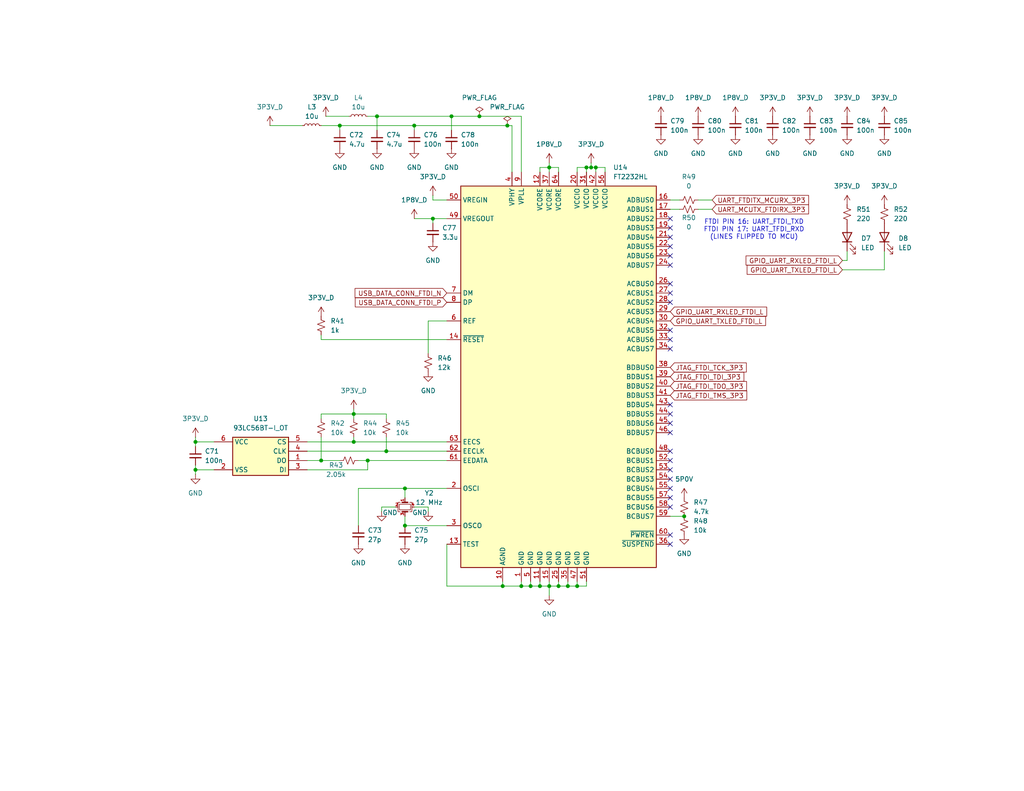
<source format=kicad_sch>
(kicad_sch (version 20250114) (generator "eeschema") (generator_version "9.0")
  (paper "A")
  (title_block (title "ARBITRARY WAVEFORM GENERATOR") (date "2025-07-15") (rev "1.0.1") (company "Tomasz Brzyzek"))
  (lib_symbols
    (symbol "BRZK_FTDI:FT2232HL"
      (property "Reference" "U" (at -26.67 53.34 0))
      (property "Value" "FT2232HL" (at 19.05 53.34 0))
      (symbol "FT2232HL_0_1"
        (rectangle (start -26.67 -52.07) (end 26.67 52.07) (stroke (width 0.254)) (fill (type background)))
      )
      (symbol "FT2232HL_1_1"
        (pin power_in line (at -30.48 48.26 0) (length 3.81) (name "VREGIN") (number "50"))
        (pin power_out line (at -30.48 43.18 0) (length 3.81) (name "VREGOUT") (number "49"))
        (pin bidirectional line (at -30.48 22.86 0) (length 3.81) (name "DM") (number "7"))
        (pin bidirectional line (at -30.48 20.32 0) (length 3.81) (name "DP") (number "8"))
        (pin output line (at -30.48 15.24 0) (length 3.81) (name "REF") (number "6"))
        (pin input line (at -30.48 10.16 0) (length 3.81) (name "~{RESET}") (number "14"))
        (pin output line (at -30.48 -17.78 0) (length 3.81) (name "EECS") (number "63"))
        (pin output line (at -30.48 -20.32 0) (length 3.81) (name "EECLK") (number "62"))
        (pin bidirectional line (at -30.48 -22.86 0) (length 3.81) (name "EEDATA") (number "61"))
        (pin input line (at -30.48 -30.48 0) (length 3.81) (name "OSCI") (number "2"))
        (pin output line (at -30.48 -40.64 0) (length 3.81) (name "OSCO") (number "3"))
        (pin input line (at -30.48 -45.72 0) (length 3.81) (name "TEST") (number "13"))
        (pin power_in line (at -15.24 -55.88 90) (length 3.81) (name "AGND") (number "10"))
        (pin power_in line (at -12.7 55.88 270) (length 3.81) (name "VPHY") (number "4"))
        (pin input line (at -10.16 55.88 270) (length 3.81) (name "VPLL") (number "9"))
        (pin power_in line (at -10.16 -55.88 90) (length 3.81) (name "GND") (number "1"))
        (pin power_in line (at -7.62 -55.88 90) (length 3.81) (name "GND") (number "5"))
        (pin power_in line (at -5.08 55.88 270) (length 3.81) (name "VCORE") (number "12"))
        (pin power_in line (at -5.08 -55.88 90) (length 3.81) (name "GND") (number "11"))
        (pin power_in line (at -2.54 55.88 270) (length 3.81) (name "VCORE") (number "37"))
        (pin power_in line (at -2.54 -55.88 90) (length 3.81) (name "GND") (number "15"))
        (pin power_in line (at 0 55.88 270) (length 3.81) (name "VCORE") (number "64"))
        (pin power_in line (at 0 -55.88 90) (length 3.81) (name "GND") (number "25"))
        (pin power_in line (at 2.54 -55.88 90) (length 3.81) (name "GND") (number "35"))
        (pin power_in line (at 5.08 55.88 270) (length 3.81) (name "VCCIO") (number "20"))
        (pin power_in line (at 5.08 -55.88 90) (length 3.81) (name "GND") (number "47"))
        (pin power_in line (at 7.62 55.88 270) (length 3.81) (name "VCCIO") (number "31"))
        (pin power_in line (at 7.62 -55.88 90) (length 3.81) (name "GND") (number "51"))
        (pin power_in line (at 10.16 55.88 270) (length 3.81) (name "VCCIO") (number "42"))
        (pin power_in line (at 12.7 55.88 270) (length 3.81) (name "VCCIO") (number "56"))
        (pin bidirectional line (at 30.48 48.26 180) (length 3.81) (name "ADBUS0") (number "16"))
        (pin bidirectional line (at 30.48 45.72 180) (length 3.81) (name "ADBUS1") (number "17"))
        (pin bidirectional line (at 30.48 43.18 180) (length 3.81) (name "ADBUS2") (number "18"))
        (pin bidirectional line (at 30.48 40.64 180) (length 3.81) (name "ADBUS3") (number "19"))
        (pin bidirectional line (at 30.48 38.1 180) (length 3.81) (name "ADBUS4") (number "21"))
        (pin bidirectional line (at 30.48 35.56 180) (length 3.81) (name "ADBUS5") (number "22"))
        (pin bidirectional line (at 30.48 33.02 180) (length 3.81) (name "ADBUS6") (number "23"))
        (pin bidirectional line (at 30.48 30.48 180) (length 3.81) (name "ADBUS7") (number "24"))
        (pin bidirectional line (at 30.48 25.4 180) (length 3.81) (name "ACBUS0") (number "26"))
        (pin bidirectional line (at 30.48 22.86 180) (length 3.81) (name "ACBUS1") (number "27"))
        (pin bidirectional line (at 30.48 20.32 180) (length 3.81) (name "ACBUS2") (number "28"))
        (pin bidirectional line (at 30.48 17.78 180) (length 3.81) (name "ACBUS3") (number "29"))
        (pin bidirectional line (at 30.48 15.24 180) (length 3.81) (name "ACBUS4") (number "30"))
        (pin bidirectional line (at 30.48 12.7 180) (length 3.81) (name "ACBUS5") (number "32"))
        (pin bidirectional line (at 30.48 10.16 180) (length 3.81) (name "ACBUS6") (number "33"))
        (pin bidirectional line (at 30.48 7.62 180) (length 3.81) (name "ACBUS7") (number "34"))
        (pin bidirectional line (at 30.48 2.54 180) (length 3.81) (name "BDBUS0") (number "38"))
        (pin bidirectional line (at 30.48 0 180) (length 3.81) (name "BDBUS1") (number "39"))
        (pin bidirectional line (at 30.48 -2.54 180) (length 3.81) (name "BDBUS2") (number "40"))
        (pin bidirectional line (at 30.48 -5.08 180) (length 3.81) (name "BDBUS3") (number "41"))
        (pin bidirectional line (at 30.48 -7.62 180) (length 3.81) (name "BDBUS4") (number "43"))
        (pin bidirectional line (at 30.48 -10.16 180) (length 3.81) (name "BDBUS5") (number "44"))
        (pin bidirectional line (at 30.48 -12.7 180) (length 3.81) (name "BDBUS6") (number "45"))
        (pin bidirectional line (at 30.48 -15.24 180) (length 3.81) (name "BDBUS7") (number "46"))
        (pin bidirectional line (at 30.48 -20.32 180) (length 3.81) (name "BCBUS0") (number "48"))
        (pin bidirectional line (at 30.48 -22.86 180) (length 3.81) (name "BCBUS1") (number "52"))
        (pin bidirectional line (at 30.48 -25.4 180) (length 3.81) (name "BCBUS2") (number "53"))
        (pin bidirectional line (at 30.48 -27.94 180) (length 3.81) (name "BCBUS3") (number "54"))
        (pin bidirectional line (at 30.48 -30.48 180) (length 3.81) (name "BCBUS4") (number "55"))
        (pin bidirectional line (at 30.48 -33.02 180) (length 3.81) (name "BCBUS5") (number "57"))
        (pin bidirectional line (at 30.48 -35.56 180) (length 3.81) (name "BCBUS6") (number "58"))
        (pin bidirectional line (at 30.48 -38.1 180) (length 3.81) (name "BCBUS7") (number "59"))
        (pin output line (at 30.48 -43.18 180) (length 3.81) (name "~{PWREN}") (number "60"))
        (pin output line (at 30.48 -45.72 180) (length 3.81) (name "~{SUSPEND}") (number "36"))
      )
    )
    (symbol "BRZK_MEMORY:93LC56BT-I_OT"
      (property "Reference" "U" (at 12.446 6.096 0))
      (property "Value" "93LC56BT-I_OT" (at 12.7 3.81 0))
      (symbol "93LC56BT-I_OT_1_1"
        (rectangle (start 5.08 2.54) (end 20.32 -7.874) (stroke (width 0.254)) (fill (type background)))
        (pin passive line (at 0 1.27 0) (length 5.08) (name "VCC") (number "6"))
        (pin passive line (at 0 -6.35 0) (length 5.08) (name "VSS") (number "2"))
        (pin passive line (at 25.4 1.27 180) (length 5.08) (name "CS") (number "5"))
        (pin passive line (at 25.4 -1.27 180) (length 5.08) (name "CLK") (number "4"))
        (pin passive line (at 25.4 -3.81 180) (length 5.08) (name "DO") (number "1"))
        (pin passive line (at 25.4 -6.35 180) (length 5.08) (name "DI") (number "3"))
      )
    )
    (symbol "Device:C_Small" (pin_numbers (hide yes)) (pin_names (offset 0.254) (hide yes))
      (property "Reference" "C" (at 0.254 1.778 0))
      (property "Value" "C_Small" (at 0.254 -2.032 0))
      (symbol "C_Small_0_1"
        (polyline (pts (xy -1.524 0.508) (xy 1.524 0.508)) (stroke (width 0.3048)))
        (polyline (pts (xy -1.524 -0.508) (xy 1.524 -0.508)) (stroke (width 0.3302)))
      )
      (symbol "C_Small_1_1"
        (pin passive line (at 0 2.54 270) (length 2.032) (name "~") (number "1"))
        (pin passive line (at 0 -2.54 90) (length 2.032) (name "~") (number "2"))
      )
    )
    (symbol "Device:Crystal_GND24_Small" (pin_names (offset 1.016) (hide yes))
      (property "Reference" "Y" (at 1.27 4.445 0))
      (property "Value" "Crystal_GND24_Small" (at 1.27 2.54 0))
      (symbol "Crystal_GND24_Small_0_1"
        (polyline (pts (xy -1.27 1.27) (xy -1.27 1.905) (xy 1.27 1.905) (xy 1.27 1.27)))
        (polyline (pts (xy -1.27 -0.762) (xy -1.27 0.762)) (stroke (width 0.381)))
        (polyline (pts (xy -1.27 -1.27) (xy -1.27 -1.905) (xy 1.27 -1.905) (xy 1.27 -1.27)))
        (rectangle (start -0.762 -1.524) (end 0.762 1.524))
        (polyline (pts (xy 1.27 -0.762) (xy 1.27 0.762)) (stroke (width 0.381)))
      )
      (symbol "Crystal_GND24_Small_1_1"
        (pin passive line (at -2.54 0 0) (length 1.27) (name "1") (number "1"))
        (pin passive line (at 0 2.54 270) (length 0.635) (name "4") (number "4"))
        (pin passive line (at 0 -2.54 90) (length 0.635) (name "2") (number "2"))
        (pin passive line (at 2.54 0 180) (length 1.27) (name "3") (number "3"))
      )
    )
    (symbol "Device:LED" (pin_numbers (hide yes)) (pin_names (offset 1.016) (hide yes))
      (property "Reference" "D" (at 0 2.54 0))
      (property "Value" "LED" (at 0 -2.54 0))
      (symbol "LED_0_1"
        (polyline (pts (xy -3.048 -0.762) (xy -4.572 -2.286) (xy -3.81 -2.286) (xy -4.572 -2.286) (xy -4.572 -1.524)))
        (polyline (pts (xy -1.778 -0.762) (xy -3.302 -2.286) (xy -2.54 -2.286) (xy -3.302 -2.286) (xy -3.302 -1.524)))
        (polyline (pts (xy -1.27 0) (xy 1.27 0)))
        (polyline (pts (xy -1.27 -1.27) (xy -1.27 1.27)) (stroke (width 0.254)))
        (polyline (pts (xy 1.27 -1.27) (xy 1.27 1.27) (xy -1.27 0) (xy 1.27 -1.27)) (stroke (width 0.254)))
      )
      (symbol "LED_1_1"
        (pin passive line (at -3.81 0 0) (length 2.54) (name "K") (number "1"))
        (pin passive line (at 3.81 0 180) (length 2.54) (name "A") (number "2"))
      )
    )
    (symbol "Device:L_Small" (pin_numbers (hide yes)) (pin_names (offset 0.254) (hide yes))
      (property "Reference" "L" (at 0.762 1.016 0))
      (property "Value" "L_Small" (at 0.762 -1.016 0))
      (symbol "L_Small_0_1"
        (arc (start 0 2.032) (mid 0.5058 1.524) (end 0 1.016))
        (arc (start 0 1.016) (mid 0.5058 0.508) (end 0 0))
        (arc (start 0 0) (mid 0.5058 -0.508) (end 0 -1.016))
        (arc (start 0 -1.016) (mid 0.5058 -1.524) (end 0 -2.032))
      )
      (symbol "L_Small_1_1"
        (pin passive line (at 0 2.54 270) (length 0.508) (name "~") (number "1"))
        (pin passive line (at 0 -2.54 90) (length 0.508) (name "~") (number "2"))
      )
    )
    (symbol "Device:R_Small_US" (pin_numbers (hide yes)) (pin_names (offset 0.254) (hide yes))
      (property "Reference" "R" (at 0.762 0.508 0))
      (property "Value" "R_Small_US" (at 0.762 -1.016 0))
      (symbol "R_Small_US_1_1"
        (polyline (pts (xy 0 1.524) (xy 1.016 1.143) (xy 0 0.762) (xy -1.016 0.381) (xy 0 0)))
        (polyline (pts (xy 0 0) (xy 1.016 -0.381) (xy 0 -0.762) (xy -1.016 -1.143) (xy 0 -1.524)))
        (pin passive line (at 0 2.54 270) (length 1.016) (name "~") (number "1"))
        (pin passive line (at 0 -2.54 90) (length 1.016) (name "~") (number "2"))
      )
    )
    (symbol "power:+1V8" (power) (pin_numbers (hide yes)) (pin_names (offset 0) (hide yes))
      (property "Value" "+1V8" (at 0 3.556 0))
      (symbol "+1V8_0_1"
        (polyline (pts (xy -0.762 1.27) (xy 0 2.54)))
        (polyline (pts (xy 0 2.54) (xy 0.762 1.27)))
        (polyline (pts (xy 0 0) (xy 0 2.54)))
      )
      (symbol "+1V8_1_1"
        (pin power_in line (at 0 0 90) (length 0) (name "~") (number "1"))
      )
    )
    (symbol "power:+3V3" (power) (pin_numbers (hide yes)) (pin_names (offset 0) (hide yes))
      (property "Value" "+3V3" (at 0 3.556 0))
      (symbol "+3V3_0_1"
        (polyline (pts (xy -0.762 1.27) (xy 0 2.54)))
        (polyline (pts (xy 0 2.54) (xy 0.762 1.27)))
        (polyline (pts (xy 0 0) (xy 0 2.54)))
      )
      (symbol "+3V3_1_1"
        (pin power_in line (at 0 0 90) (length 0) (name "~") (number "1"))
      )
    )
    (symbol "power:GND" (power) (pin_numbers (hide yes)) (pin_names (offset 0) (hide yes))
      (property "Value" "GND" (at 0 -3.81 0))
      (symbol "GND_0_1"
        (polyline (pts (xy 0 0) (xy 0 -1.27) (xy 1.27 -1.27) (xy 0 -2.54) (xy -1.27 -1.27) (xy 0 -1.27)))
      )
      (symbol "GND_1_1"
        (pin power_in line (at 0 0 270) (length 0) (name "~") (number "1"))
      )
    )
    (symbol "power:PWR_FLAG" (power) (pin_numbers (hide yes)) (pin_names (offset 0) (hide yes))
      (property "Value" "PWR_FLAG" (at 0 3.81 0))
      (symbol "PWR_FLAG_0_0"
        (pin power_out line (at 0 0 90) (length 0) (name "~") (number "1"))
      )
      (symbol "PWR_FLAG_0_1"
        (polyline (pts (xy 0 0) (xy 0 1.27) (xy -1.016 1.905) (xy 0 2.54) (xy 1.016 1.905) (xy 0 1.27)))
      )
    )
  )
  (text "FTDI PIN 16: UART_FTDI_TXD\nFTDI PIN 17: UART_TFDI_RXD\n(LINES FLIPPED TO MCU)" (at 205.74 62.738 0) (effects (font (size 1.27 1.27))))
  (junction (at 154.94 160.02))
  (junction (at 92.71 34.29))
  (junction (at 87.63 125.73))
  (junction (at 161.29 45.72))
  (junction (at 160.02 45.72))
  (junction (at 102.87 31.75))
  (junction (at 96.52 120.65))
  (junction (at 110.49 143.51))
  (junction (at 149.86 160.02))
  (junction (at 142.24 160.02))
  (junction (at 137.16 160.02))
  (junction (at 138.43 34.29))
  (junction (at 110.49 133.35))
  (junction (at 130.81 31.75))
  (junction (at 147.32 160.02))
  (junction (at 100.33 125.73))
  (junction (at 96.52 113.03))
  (junction (at 162.56 45.72))
  (junction (at 53.34 120.65))
  (junction (at 144.78 160.02))
  (junction (at 118.11 59.69))
  (junction (at 152.4 160.02))
  (junction (at 123.19 31.75))
  (junction (at 53.34 128.27))
  (junction (at 149.86 45.72))
  (junction (at 186.69 140.97))
  (junction (at 157.48 160.02))
  (junction (at 105.41 123.19))
  (junction (at 113.03 34.29))
  (no_connect (at 182.88 80.01))
  (no_connect (at 182.88 77.47))
  (no_connect (at 182.88 90.17))
  (no_connect (at 182.88 138.43))
  (no_connect (at 182.88 118.11))
  (no_connect (at 182.88 95.25))
  (no_connect (at 182.88 133.35))
  (no_connect (at 182.88 125.73))
  (no_connect (at 182.88 113.03))
  (no_connect (at 182.88 64.77))
  (no_connect (at 182.88 67.31))
  (no_connect (at 182.88 59.69))
  (no_connect (at 182.88 62.23))
  (no_connect (at 182.88 110.49))
  (no_connect (at 182.88 115.57))
  (no_connect (at 182.88 148.59))
  (no_connect (at 182.88 82.55))
  (no_connect (at 182.88 146.05))
  (no_connect (at 182.88 128.27))
  (no_connect (at 182.88 69.85))
  (no_connect (at 182.88 92.71))
  (no_connect (at 182.88 135.89))
  (no_connect (at 182.88 130.81))
  (no_connect (at 182.88 72.39))
  (no_connect (at 182.88 123.19))
  (wire (pts (xy 121.92 133.35) (xy 110.49 133.35)))
  (wire (pts (xy 152.4 45.72) (xy 149.86 45.72)))
  (wire (pts (xy 229.87 71.12) (xy 231.14 71.12)))
  (wire (pts (xy 138.43 34.29) (xy 139.7 34.29)))
  (wire (pts (xy 152.4 160.02) (xy 152.4 158.75)))
  (wire (pts (xy 161.29 44.45) (xy 161.29 45.72)))
  (wire (pts (xy 157.48 160.02) (xy 157.48 158.75)))
  (wire (pts (xy 110.49 133.35) (xy 110.49 135.89)))
  (wire (pts (xy 100.33 128.27) (xy 100.33 125.73)))
  (wire (pts (xy 73.66 34.29) (xy 82.55 34.29)))
  (wire (pts (xy 96.52 113.03) (xy 96.52 114.3)))
  (wire (pts (xy 142.24 31.75) (xy 142.24 46.99)))
  (wire (pts (xy 160.02 46.99) (xy 160.02 45.72)))
  (wire (pts (xy 152.4 160.02) (xy 154.94 160.02)))
  (wire (pts (xy 137.16 160.02) (xy 121.92 160.02)))
  (wire (pts (xy 88.9 31.75) (xy 95.25 31.75)))
  (wire (pts (xy 83.82 120.65) (xy 96.52 120.65)))
  (wire (pts (xy 142.24 160.02) (xy 142.24 158.75)))
  (wire (pts (xy 118.11 59.69) (xy 118.11 60.96)))
  (wire (pts (xy 157.48 45.72) (xy 160.02 45.72)))
  (wire (pts (xy 157.48 160.02) (xy 160.02 160.02)))
  (wire (pts (xy 83.82 125.73) (xy 87.63 125.73)))
  (wire (pts (xy 92.71 34.29) (xy 92.71 35.56)))
  (wire (pts (xy 149.86 162.56) (xy 149.86 160.02)))
  (wire (pts (xy 154.94 160.02) (xy 157.48 160.02)))
  (wire (pts (xy 116.84 87.63) (xy 116.84 96.52)))
  (wire (pts (xy 149.86 160.02) (xy 147.32 160.02)))
  (wire (pts (xy 53.34 129.54) (xy 53.34 128.27)))
  (wire (pts (xy 147.32 46.99) (xy 147.32 45.72)))
  (wire (pts (xy 110.49 143.51) (xy 110.49 140.97)))
  (wire (pts (xy 231.14 71.12) (xy 231.14 68.58)))
  (wire (pts (xy 147.32 160.02) (xy 147.32 158.75)))
  (wire (pts (xy 87.63 34.29) (xy 92.71 34.29)))
  (wire (pts (xy 97.79 133.35) (xy 97.79 143.51)))
  (wire (pts (xy 116.84 138.43) (xy 113.03 138.43)))
  (wire (pts (xy 241.3 73.66) (xy 241.3 68.58)))
  (wire (pts (xy 87.63 91.44) (xy 87.63 92.71)))
  (wire (pts (xy 87.63 92.71) (xy 121.92 92.71)))
  (wire (pts (xy 162.56 45.72) (xy 162.56 46.99)))
  (wire (pts (xy 116.84 139.7) (xy 116.84 138.43)))
  (wire (pts (xy 229.87 73.66) (xy 241.3 73.66)))
  (wire (pts (xy 100.33 31.75) (xy 102.87 31.75)))
  (wire (pts (xy 190.5 54.61) (xy 194.31 54.61)))
  (wire (pts (xy 97.79 125.73) (xy 100.33 125.73)))
  (wire (pts (xy 137.16 160.02) (xy 137.16 158.75)))
  (wire (pts (xy 142.24 160.02) (xy 137.16 160.02)))
  (wire (pts (xy 123.19 31.75) (xy 130.81 31.75)))
  (wire (pts (xy 118.11 53.34) (xy 118.11 54.61)))
  (wire (pts (xy 118.11 59.69) (xy 121.92 59.69)))
  (wire (pts (xy 130.81 31.75) (xy 142.24 31.75)))
  (wire (pts (xy 152.4 46.99) (xy 152.4 45.72)))
  (wire (pts (xy 118.11 54.61) (xy 121.92 54.61)))
  (wire (pts (xy 121.92 143.51) (xy 110.49 143.51)))
  (wire (pts (xy 182.88 140.97) (xy 186.69 140.97)))
  (wire (pts (xy 182.88 54.61) (xy 185.42 54.61)))
  (wire (pts (xy 92.71 34.29) (xy 113.03 34.29)))
  (wire (pts (xy 121.92 87.63) (xy 116.84 87.63)))
  (wire (pts (xy 53.34 119.38) (xy 53.34 120.65)))
  (wire (pts (xy 100.33 125.73) (xy 121.92 125.73)))
  (wire (pts (xy 149.86 160.02) (xy 149.86 158.75)))
  (wire (pts (xy 147.32 45.72) (xy 149.86 45.72)))
  (wire (pts (xy 190.5 57.15) (xy 194.31 57.15)))
  (wire (pts (xy 110.49 133.35) (xy 97.79 133.35)))
  (wire (pts (xy 113.03 59.69) (xy 118.11 59.69)))
  (wire (pts (xy 161.29 45.72) (xy 162.56 45.72)))
  (wire (pts (xy 87.63 119.38) (xy 87.63 125.73)))
  (wire (pts (xy 58.42 120.65) (xy 53.34 120.65)))
  (wire (pts (xy 105.41 114.3) (xy 105.41 113.03)))
  (wire (pts (xy 182.88 57.15) (xy 185.42 57.15)))
  (wire (pts (xy 87.63 114.3) (xy 87.63 113.03)))
  (wire (pts (xy 105.41 119.38) (xy 105.41 123.19)))
  (wire (pts (xy 144.78 160.02) (xy 147.32 160.02)))
  (wire (pts (xy 53.34 120.65) (xy 53.34 121.92)))
  (wire (pts (xy 113.03 34.29) (xy 138.43 34.29)))
  (wire (pts (xy 96.52 119.38) (xy 96.52 120.65)))
  (wire (pts (xy 144.78 160.02) (xy 142.24 160.02)))
  (wire (pts (xy 102.87 31.75) (xy 123.19 31.75)))
  (wire (pts (xy 149.86 45.72) (xy 149.86 46.99)))
  (wire (pts (xy 83.82 128.27) (xy 100.33 128.27)))
  (wire (pts (xy 160.02 45.72) (xy 161.29 45.72)))
  (wire (pts (xy 105.41 123.19) (xy 121.92 123.19)))
  (wire (pts (xy 87.63 113.03) (xy 96.52 113.03)))
  (wire (pts (xy 104.14 138.43) (xy 104.14 139.7)))
  (wire (pts (xy 107.95 138.43) (xy 104.14 138.43)))
  (wire (pts (xy 87.63 125.73) (xy 92.71 125.73)))
  (wire (pts (xy 123.19 31.75) (xy 123.19 35.56)))
  (wire (pts (xy 113.03 34.29) (xy 113.03 35.56)))
  (wire (pts (xy 96.52 113.03) (xy 105.41 113.03)))
  (wire (pts (xy 160.02 160.02) (xy 160.02 158.75)))
  (wire (pts (xy 121.92 160.02) (xy 121.92 148.59)))
  (wire (pts (xy 149.86 160.02) (xy 152.4 160.02)))
  (wire (pts (xy 162.56 45.72) (xy 165.1 45.72)))
  (wire (pts (xy 157.48 46.99) (xy 157.48 45.72)))
  (wire (pts (xy 149.86 45.72) (xy 149.86 44.45)))
  (wire (pts (xy 144.78 160.02) (xy 144.78 158.75)))
  (wire (pts (xy 154.94 160.02) (xy 154.94 158.75)))
  (wire (pts (xy 96.52 111.76) (xy 96.52 113.03)))
  (wire (pts (xy 53.34 128.27) (xy 53.34 127)))
  (wire (pts (xy 96.52 120.65) (xy 121.92 120.65)))
  (wire (pts (xy 139.7 34.29) (xy 139.7 46.99)))
  (wire (pts (xy 83.82 123.19) (xy 105.41 123.19)))
  (wire (pts (xy 165.1 45.72) (xy 165.1 46.99)))
  (wire (pts (xy 102.87 31.75) (xy 102.87 35.56)))
  (wire (pts (xy 53.34 128.27) (xy 58.42 128.27)))
  (global_label "JTAG_FTDI_TMS_3P3" (shape input) (at 182.88 107.95 0) (property "Intersheetrefs" "${INTERSHEET_REFS}" (effects (hide yes))))
  (global_label "GPIO_UART_RXLED_FTDI_L" (shape input) (at 229.87 71.12 180) (property "Intersheetrefs" "${INTERSHEET_REFS}" (effects (hide yes))))
  (global_label "UART_MCUTX_FTDIRX_3P3" (shape input) (at 194.31 57.15 0) (property "Intersheetrefs" "${INTERSHEET_REFS}" (effects (hide yes))))
  (global_label "GPIO_UART_TXLED_FTDI_L" (shape input) (at 182.88 87.63 0) (property "Intersheetrefs" "${INTERSHEET_REFS}" (effects (hide yes))))
  (global_label "UART_FTDITX_MCURX_3P3" (shape input) (at 194.31 54.61 0) (property "Intersheetrefs" "${INTERSHEET_REFS}" (effects (hide yes))))
  (global_label "JTAG_FTDI_TCK_3P3" (shape input) (at 182.88 100.33 0) (property "Intersheetrefs" "${INTERSHEET_REFS}" (effects (hide yes))))
  (global_label "USB_DATA_CONN_FTDI_P" (shape input) (at 121.92 82.55 180) (property "Intersheetrefs" "${INTERSHEET_REFS}" (effects (hide yes))))
  (global_label "GPIO_UART_RXLED_FTDI_L" (shape input) (at 182.88 85.09 0) (property "Intersheetrefs" "${INTERSHEET_REFS}" (effects (hide yes))))
  (global_label "JTAG_FTDI_TDI_3P3" (shape input) (at 182.88 102.87 0) (property "Intersheetrefs" "${INTERSHEET_REFS}" (effects (hide yes))))
  (global_label "GPIO_UART_TXLED_FTDI_L" (shape input) (at 229.87 73.66 180) (property "Intersheetrefs" "${INTERSHEET_REFS}" (effects (hide yes))))
  (global_label "USB_DATA_CONN_FTDI_N" (shape input) (at 121.92 80.01 180) (property "Intersheetrefs" "${INTERSHEET_REFS}" (effects (hide yes))))
  (global_label "JTAG_FTDI_TDO_3P3" (shape input) (at 182.88 105.41 0) (property "Intersheetrefs" "${INTERSHEET_REFS}" (effects (hide yes))))
  (symbol (lib_id "Device:R_Small_US") (at 116.84 99.06 0) (unit 1)
    (property "Reference" "R46" (at 119.38 97.7899 0) (effects (justify left)))
    (property "Value" "12k" (at 119.38 100.3299 0) (effects (justify left)))
    (property "Footprint" "Resistor_SMD:R_0603_1608Metric" (effects (hide yes)))
    (property "Description" "Resistor, small US symbol" (effects (hide yes)))
    (property "Part Number" "0603WAF1202T5E" (effects (hide yes)))
    (property "LCSC" "C22790" (effects (hide yes)))
  )
  (symbol (lib_id "power:+3V3") (at 220.98 31.75 0) (unit 1)
    (property "Reference" "#PWR0198" (effects (hide yes)))
    (property "Value" "3P3V_D" (at 220.98 26.67 0))
    (property "Description" "Power symbol creates a global label with name \"+3V3\"" (effects (hide yes)))
  )
  (symbol (lib_id "Device:C_Small") (at 53.34 124.46 0) (unit 1)
    (property "Reference" "C71" (at 55.88 123.1963 0) (effects (justify left)))
    (property "Value" "100n" (at 55.88 125.7363 0) (effects (justify left)))
    (property "Footprint" "Capacitor_SMD:C_0603_1608Metric" (effects (hide yes)))
    (property "Description" "Unpolarized capacitor, small symbol" (effects (hide yes)))
    (property "Part Number" "CL10B104JB8NNNC" (effects (hide yes)))
    (property "LCSC" "C24452" (effects (hide yes)))
  )
  (symbol (lib_id "power:+3V3") (at 87.63 86.36 0) (unit 1)
    (property "Reference" "#PWR0170" (effects (hide yes)))
    (property "Value" "3P3V_D" (at 87.63 81.28 0))
    (property "Description" "Power symbol creates a global label with name \"+3V3\"" (effects (hide yes)))
  )
  (symbol (lib_id "Device:C_Small") (at 210.82 34.29 0) (unit 1)
    (property "Reference" "C82" (at 213.36 33.0263 0) (effects (justify left)))
    (property "Value" "100n" (at 213.36 35.5663 0) (effects (justify left)))
    (property "Footprint" "Capacitor_SMD:C_0603_1608Metric" (effects (hide yes)))
    (property "Description" "Unpolarized capacitor, small symbol" (effects (hide yes)))
    (property "Part Number" "CL10B104JB8NNNC" (effects (hide yes)))
    (property "LCSC" "C24452" (effects (hide yes)))
  )
  (symbol (lib_id "BRZK_MEMORY:93LC56BT-I_OT") (at 58.42 121.92 0) (unit 1)
    (property "Reference" "U13" (at 71.12 114.3 0))
    (property "Value" "93LC56BT-I_OT" (at 71.12 116.84 0))
    (property "Footprint" "Package_TO_SOT_SMD:SOT-23-6" (effects (hide yes)))
    (property "Datasheet" "http://ww1.microchip.com/downloads/en/DeviceDoc/21794G.pdf" (effects (hide yes)))
    (property "Part Number" "93LC56BT-I_OT" (effects (hide yes)))
    (property "LCSC" "C190271" (effects (hide yes)))
  )
  (symbol (lib_id "power:+3V3") (at 73.66 34.29 0) (unit 1)
    (property "Reference" "#PWR0169" (effects (hide yes)))
    (property "Value" "3P3V_D" (at 73.66 29.21 0))
    (property "Description" "Power symbol creates a global label with name \"+3V3\"" (effects (hide yes)))
  )
  (symbol (lib_id "Device:C_Small") (at 118.11 63.5 0) (unit 1)
    (property "Reference" "C77" (at 120.65 62.2363 0) (effects (justify left)))
    (property "Value" "3.3u" (at 120.65 64.7763 0) (effects (justify left)))
    (property "Footprint" "Capacitor_SMD:C_0603_1608Metric" (effects (hide yes)))
    (property "Description" "Unpolarized capacitor, small symbol" (effects (hide yes)))
    (property "Part Number" "CL10A335KP8NNNC" (effects (hide yes)))
    (property "LCSC" "C51412" (effects (hide yes)))
  )
  (symbol (lib_id "BRZK_FTDI:FT2232HL") (at 152.4 102.87 0) (unit 1)
    (property "Reference" "U14" (at 167.2941 45.72 0) (effects (justify left)))
    (property "Value" "FT2232HL" (at 167.2941 48.26 0) (effects (justify left)))
    (property "Footprint" "Package_QFP:LQFP-64_10x10mm_P0.5mm" (effects (hide yes)))
    (property "Datasheet" "https://www.ftdichip.com/Support/Documents/DataSheets/ICs/DS_FT2232H.pdf" (effects (hide yes)))
    (property "Description" "Hi Speed Double Channel USB UART/FIFO, LQFP-64" (effects (hide yes)))
    (property "Part Number" "FT2232HL" (effects (hide yes)))
    (property "LCSC" "C27882" (effects (hide yes)))
  )
  (symbol (lib_id "power:PWR_FLAG") (at 130.81 31.75 0) (unit 1)
    (property "Reference" "#FLG06" (effects (hide yes)))
    (property "Value" "PWR_FLAG" (at 130.81 26.67 0))
    (property "Description" "Special symbol for telling ERC where power comes from" (effects (hide yes)))
  )
  (symbol (lib_id "power:GND") (at 231.14 36.83 0) (unit 1)
    (property "Reference" "#PWR0201" (effects (hide yes)))
    (property "Value" "GND" (at 231.14 41.91 0))
    (property "Description" "Power symbol creates a global label with name \"GND\" , ground" (effects (hide yes)))
  )
  (symbol (lib_id "power:GND") (at 118.11 66.04 0) (unit 1)
    (property "Reference" "#PWR0183" (effects (hide yes)))
    (property "Value" "GND" (at 118.11 71.12 0))
    (property "Description" "Power symbol creates a global label with name \"GND\" , ground" (effects (hide yes)))
  )
  (symbol (lib_id "Device:R_Small_US") (at 187.96 54.61 90) (unit 1)
    (property "Reference" "R49" (at 187.96 48.26 90))
    (property "Value" "0" (at 187.96 50.8 90))
    (property "Footprint" "Resistor_SMD:R_0603_1608Metric" (effects (hide yes)))
    (property "Description" "Resistor, small US symbol" (effects (hide yes)))
    (property "Part Number" "0603WAJ0000T5E" (effects (hide yes)))
    (property "LCSC" "C15402" (effects (hide yes)))
  )
  (symbol (lib_id "power:GND") (at 110.49 148.59 0) (unit 1)
    (property "Reference" "#PWR0177" (effects (hide yes)))
    (property "Value" "GND" (at 110.49 153.67 0))
    (property "Description" "Power symbol creates a global label with name \"GND\" , ground" (effects (hide yes)))
  )
  (symbol (lib_id "power:+3V3") (at 241.3 31.75 0) (unit 1)
    (property "Reference" "#PWR0203" (effects (hide yes)))
    (property "Value" "3P3V_D" (at 241.3 26.67 0))
    (property "Description" "Power symbol creates a global label with name \"+3V3\"" (effects (hide yes)))
  )
  (symbol (lib_id "Device:R_Small_US") (at 105.41 116.84 0) (unit 1)
    (property "Reference" "R45" (at 107.95 115.5699 0) (effects (justify left)))
    (property "Value" "10k" (at 107.95 118.1099 0) (effects (justify left)))
    (property "Footprint" "Resistor_SMD:R_0603_1608Metric" (effects (hide yes)))
    (property "Description" "Resistor, small US symbol" (effects (hide yes)))
    (property "Part Number" "0603WAF1002T5E" (effects (hide yes)))
    (property "LCSC" "C25804" (effects (hide yes)))
  )
  (symbol (lib_id "power:GND") (at 53.34 129.54 0) (unit 1)
    (property "Reference" "#PWR0168" (effects (hide yes)))
    (property "Value" "GND" (at 53.34 134.62 0))
    (property "Description" "Power symbol creates a global label with name \"GND\" , ground" (effects (hide yes)))
  )
  (symbol (lib_id "power:+3V3") (at 231.14 55.88 0) (unit 1)
    (property "Reference" "#PWR0202" (effects (hide yes)))
    (property "Value" "3P3V_D" (at 231.14 50.8 0))
    (property "Description" "Power symbol creates a global label with name \"+3V3\"" (effects (hide yes)))
  )
  (symbol (lib_id "power:GND") (at 102.87 40.64 0) (unit 1)
    (property "Reference" "#PWR0175" (effects (hide yes)))
    (property "Value" "GND" (at 102.87 45.72 0))
    (property "Description" "Power symbol creates a global label with name \"GND\" , ground" (effects (hide yes)))
  )
  (symbol (lib_id "Device:R_Small_US") (at 96.52 116.84 0) (unit 1)
    (property "Reference" "R44" (at 99.06 115.5699 0) (effects (justify left)))
    (property "Value" "10k" (at 99.06 118.1099 0) (effects (justify left)))
    (property "Footprint" "Resistor_SMD:R_0603_1608Metric" (effects (hide yes)))
    (property "Description" "Resistor, small US symbol" (effects (hide yes)))
    (property "Part Number" "0603WAF1002T5E" (effects (hide yes)))
    (property "LCSC" "C25804" (effects (hide yes)))
  )
  (symbol (lib_id "Device:R_Small_US") (at 87.63 88.9 0) (unit 1)
    (property "Reference" "R41" (at 90.17 87.6299 0) (effects (justify left)))
    (property "Value" "1k" (at 90.17 90.1699 0) (effects (justify left)))
    (property "Footprint" "Resistor_SMD:R_0603_1608Metric" (effects (hide yes)))
    (property "Description" "Resistor, small US symbol" (effects (hide yes)))
    (property "Part Number" "RC0603FR-071KL" (effects (hide yes)))
    (property "LCSC" "C22548" (effects (hide yes)))
  )
  (symbol (lib_id "Device:LED") (at 241.3 64.77 90) (unit 1)
    (property "Reference" "D8" (at 245.11 65.0875 90) (effects (justify right)))
    (property "Value" "LED" (at 245.11 67.6275 90) (effects (justify right)))
    (property "Footprint" "LED_SMD:LED_1206_3216Metric" (effects (hide yes)))
    (property "Description" "Light emitting diode" (effects (hide yes)))
    (property "Part Number" "F.1206.00003/P2-1206R1TS2-09T-001" (effects (hide yes)))
    (property "LCSC" "C7496845" (effects (hide yes)))
  )
  (symbol (lib_id "power:+3V3") (at 118.11 53.34 0) (unit 1)
    (property "Reference" "#PWR0182" (effects (hide yes)))
    (property "Value" "3P3V_D" (at 118.11 48.26 0))
    (property "Description" "Power symbol creates a global label with name \"+3V3\"" (effects (hide yes)))
  )
  (symbol (lib_id "Device:C_Small") (at 102.87 38.1 0) (unit 1)
    (property "Reference" "C74" (at 105.41 36.8363 0) (effects (justify left)))
    (property "Value" "4.7u" (at 105.41 39.3763 0) (effects (justify left)))
    (property "Footprint" "Capacitor_SMD:C_0603_1608Metric" (effects (hide yes)))
    (property "Description" "Unpolarized capacitor, small symbol" (effects (hide yes)))
    (property "Part Number" "CL10A475KP8NNNC" (effects (hide yes)))
    (property "LCSC" "C1705" (effects (hide yes)))
  )
  (symbol (lib_id "power:GND") (at 190.5 36.83 0) (unit 1)
    (property "Reference" "#PWR0193" (effects (hide yes)))
    (property "Value" "GND" (at 190.5 41.91 0))
    (property "Description" "Power symbol creates a global label with name \"GND\" , ground" (effects (hide yes)))
  )
  (symbol (lib_id "power:GND") (at 104.14 139.7 0) (unit 1)
    (property "Reference" "#PWR0176" (effects (hide yes)))
    (property "Value" "GND" (at 106.426 139.954 0))
    (property "Description" "Power symbol creates a global label with name \"GND\" , ground" (effects (hide yes)))
  )
  (symbol (lib_id "power:GND") (at 200.66 36.83 0) (unit 1)
    (property "Reference" "#PWR0195" (effects (hide yes)))
    (property "Value" "GND" (at 200.66 41.91 0))
    (property "Description" "Power symbol creates a global label with name \"GND\" , ground" (effects (hide yes)))
  )
  (symbol (lib_id "power:+3V3") (at 88.9 31.75 0) (unit 1)
    (property "Reference" "#PWR0171" (effects (hide yes)))
    (property "Value" "3P3V_D" (at 88.9 26.67 0))
    (property "Description" "Power symbol creates a global label with name \"+3V3\"" (effects (hide yes)))
  )
  (symbol (lib_id "Device:R_Small_US") (at 231.14 58.42 0) (unit 1)
    (property "Reference" "R51" (at 233.68 57.1499 0) (effects (justify left)))
    (property "Value" "220" (at 233.68 59.6899 0) (effects (justify left)))
    (property "Footprint" "Resistor_SMD:R_0603_1608Metric" (effects (hide yes)))
    (property "Description" "Resistor, small US symbol" (effects (hide yes)))
    (property "Part Number" "0603WAF2200T5E" (effects (hide yes)))
    (property "LCSC" "C22962" (effects (hide yes)))
  )
  (symbol (lib_id "Device:C_Small") (at 180.34 34.29 0) (unit 1)
    (property "Reference" "C79" (at 182.88 33.0263 0) (effects (justify left)))
    (property "Value" "100n" (at 182.88 35.5663 0) (effects (justify left)))
    (property "Footprint" "Capacitor_SMD:C_0603_1608Metric" (effects (hide yes)))
    (property "Description" "Unpolarized capacitor, small symbol" (effects (hide yes)))
    (property "Part Number" "CL10B104JB8NNNC" (effects (hide yes)))
    (property "LCSC" "C24452" (effects (hide yes)))
  )
  (symbol (lib_id "Device:C_Small") (at 241.3 34.29 0) (unit 1)
    (property "Reference" "C85" (at 243.84 33.0263 0) (effects (justify left)))
    (property "Value" "100n" (at 243.84 35.5663 0) (effects (justify left)))
    (property "Footprint" "Capacitor_SMD:C_0603_1608Metric" (effects (hide yes)))
    (property "Description" "Unpolarized capacitor, small symbol" (effects (hide yes)))
    (property "Part Number" "CL10B104JB8NNNC" (effects (hide yes)))
    (property "LCSC" "C24452" (effects (hide yes)))
  )
  (symbol (lib_id "power:GND") (at 210.82 36.83 0) (unit 1)
    (property "Reference" "#PWR0197" (effects (hide yes)))
    (property "Value" "GND" (at 210.82 41.91 0))
    (property "Description" "Power symbol creates a global label with name \"GND\" , ground" (effects (hide yes)))
  )
  (symbol (lib_id "Device:R_Small_US") (at 241.3 58.42 0) (unit 1)
    (property "Reference" "R52" (at 243.84 57.1499 0) (effects (justify left)))
    (property "Value" "220" (at 243.84 59.6899 0) (effects (justify left)))
    (property "Footprint" "Resistor_SMD:R_0603_1608Metric" (effects (hide yes)))
    (property "Description" "Resistor, small US symbol" (effects (hide yes)))
    (property "Part Number" "0603WAF2200T5E" (effects (hide yes)))
    (property "LCSC" "C22962" (effects (hide yes)))
  )
  (symbol (lib_id "power:GND") (at 113.03 40.64 0) (unit 1)
    (property "Reference" "#PWR0178" (effects (hide yes)))
    (property "Value" "GND" (at 113.03 45.72 0))
    (property "Description" "Power symbol creates a global label with name \"GND\" , ground" (effects (hide yes)))
  )
  (symbol (lib_id "power:GND") (at 149.86 162.56 0) (unit 1)
    (property "Reference" "#PWR0186" (effects (hide yes)))
    (property "Value" "GND" (at 149.86 167.64 0))
    (property "Description" "Power symbol creates a global label with name \"GND\" , ground" (effects (hide yes)))
  )
  (symbol (lib_id "power:+3V3") (at 231.14 31.75 0) (unit 1)
    (property "Reference" "#PWR0200" (effects (hide yes)))
    (property "Value" "3P3V_D" (at 231.14 26.67 0))
    (property "Description" "Power symbol creates a global label with name \"+3V3\"" (effects (hide yes)))
  )
  (symbol (lib_id "Device:C_Small") (at 220.98 34.29 0) (unit 1)
    (property "Reference" "C83" (at 223.52 33.0263 0) (effects (justify left)))
    (property "Value" "100n" (at 223.52 35.5663 0) (effects (justify left)))
    (property "Footprint" "Capacitor_SMD:C_0603_1608Metric" (effects (hide yes)))
    (property "Description" "Unpolarized capacitor, small symbol" (effects (hide yes)))
    (property "Part Number" "CL10B104JB8NNNC" (effects (hide yes)))
    (property "LCSC" "C24452" (effects (hide yes)))
  )
  (symbol (lib_id "power:GND") (at 186.69 146.05 0) (unit 1)
    (property "Reference" "#PWR0191" (effects (hide yes)))
    (property "Value" "GND" (at 186.69 151.13 0))
    (property "Description" "Power symbol creates a global label with name \"GND\" , ground" (effects (hide yes)))
  )
  (symbol (lib_id "power:GND") (at 180.34 36.83 0) (unit 1)
    (property "Reference" "#PWR0189" (effects (hide yes)))
    (property "Value" "GND" (at 180.34 41.91 0))
    (property "Description" "Power symbol creates a global label with name \"GND\" , ground" (effects (hide yes)))
  )
  (symbol (lib_id "power:+1V8") (at 190.5 31.75 0) (unit 1)
    (property "Reference" "#PWR0192" (effects (hide yes)))
    (property "Value" "1P8V_D" (at 190.5 26.67 0))
    (property "Description" "Power symbol creates a global label with name \"+1V8\"" (effects (hide yes)))
  )
  (symbol (lib_id "Device:C_Small") (at 123.19 38.1 0) (unit 1)
    (property "Reference" "C78" (at 125.73 36.8363 0) (effects (justify left)))
    (property "Value" "100n" (at 125.73 39.3763 0) (effects (justify left)))
    (property "Footprint" "Capacitor_SMD:C_0603_1608Metric" (effects (hide yes)))
    (property "Description" "Unpolarized capacitor, small symbol" (effects (hide yes)))
    (property "Part Number" "CL10B104JB8NNNC" (effects (hide yes)))
    (property "LCSC" "C24452" (effects (hide yes)))
  )
  (symbol (lib_id "Device:C_Small") (at 110.49 146.05 0) (unit 1)
    (property "Reference" "C75" (at 113.03 144.7863 0) (effects (justify left)))
    (property "Value" "27p" (at 113.03 147.3263 0) (effects (justify left)))
    (property "Footprint" "Capacitor_SMD:C_0603_1608Metric" (effects (hide yes)))
    (property "Description" "Unpolarized capacitor, small symbol" (effects (hide yes)))
    (property "Part Number" "CL10C270JB8NNNC" (effects (hide yes)))
    (property "LCSC" "C1656" (effects (hide yes)))
  )
  (symbol (lib_id "power:+3V3") (at 241.3 55.88 0) (unit 1)
    (property "Reference" "#PWR0205" (effects (hide yes)))
    (property "Value" "3P3V_D" (at 241.3 50.8 0))
    (property "Description" "Power symbol creates a global label with name \"+3V3\"" (effects (hide yes)))
  )
  (symbol (lib_id "power:PWR_FLAG") (at 138.43 34.29 0) (unit 1)
    (property "Reference" "#FLG07" (effects (hide yes)))
    (property "Value" "PWR_FLAG" (at 138.43 29.21 0))
    (property "Description" "Special symbol for telling ERC where power comes from" (effects (hide yes)))
  )
  (symbol (lib_id "Device:L_Small") (at 85.09 34.29 90) (unit 1)
    (property "Reference" "L3" (at 85.09 29.21 90))
    (property "Value" "10u" (at 85.09 31.75 90))
    (property "Footprint" "Inductor_SMD:L_0603_1608Metric" (effects (hide yes)))
    (property "Description" "Inductor, small symbol" (effects (hide yes)))
    (property "Part Number" "LS0603-100J-N" (effects (hide yes)))
    (property "LCSC" "C373750" (effects (hide yes)))
  )
  (symbol (lib_id "power:GND") (at 92.71 40.64 0) (unit 1)
    (property "Reference" "#PWR0172" (effects (hide yes)))
    (property "Value" "GND" (at 92.71 45.72 0))
    (property "Description" "Power symbol creates a global label with name \"GND\" , ground" (effects (hide yes)))
  )
  (symbol (lib_id "power:GND") (at 123.19 40.64 0) (unit 1)
    (property "Reference" "#PWR0184" (effects (hide yes)))
    (property "Value" "GND" (at 123.19 45.72 0))
    (property "Description" "Power symbol creates a global label with name \"GND\" , ground" (effects (hide yes)))
  )
  (symbol (lib_id "power:+1V8") (at 149.86 44.45 0) (unit 1)
    (property "Reference" "#PWR0185" (effects (hide yes)))
    (property "Value" "1P8V_D" (at 149.86 39.37 0))
    (property "Description" "Power symbol creates a global label with name \"+1V8\"" (effects (hide yes)))
  )
  (symbol (lib_id "Device:R_Small_US") (at 186.69 143.51 0) (unit 1)
    (property "Reference" "R48" (at 189.23 142.2399 0) (effects (justify left)))
    (property "Value" "10k" (at 189.23 144.7799 0) (effects (justify left)))
    (property "Footprint" "Resistor_SMD:R_0603_1608Metric" (effects (hide yes)))
    (property "Description" "Resistor, small US symbol" (effects (hide yes)))
    (property "Part Number" "0603WAF1002T5E" (effects (hide yes)))
    (property "LCSC" "C25804" (effects (hide yes)))
  )
  (symbol (lib_id "power:GND") (at 97.79 148.59 0) (unit 1)
    (property "Reference" "#PWR0174" (effects (hide yes)))
    (property "Value" "GND" (at 97.79 153.67 0))
    (property "Description" "Power symbol creates a global label with name \"GND\" , ground" (effects (hide yes)))
  )
  (symbol (lib_id "Device:Crystal_GND24_Small") (at 110.49 138.43 270) (unit 1)
    (property "Reference" "Y2" (at 117.094 134.62 90))
    (property "Value" "12 MHz" (at 117.094 137.16 90))
    (property "Footprint" "Crystal:Crystal_SMD_3225-4Pin_3.2x2.5mm" (effects (hide yes)))
    (property "Description" "Four pin crystal, GND on pins 2 and 4, small symbol" (effects (hide yes)))
    (property "LCSC" "C9002" (effects (hide yes)))
    (property "Part Number" "X322512MSB4SI" (effects (hide yes)))
  )
  (symbol (lib_id "Device:C_Small") (at 92.71 38.1 0) (unit 1)
    (property "Reference" "C72" (at 95.25 36.8363 0) (effects (justify left)))
    (property "Value" "4.7u" (at 95.25 39.3763 0) (effects (justify left)))
    (property "Footprint" "Capacitor_SMD:C_0603_1608Metric" (effects (hide yes)))
    (property "Description" "Unpolarized capacitor, small symbol" (effects (hide yes)))
    (property "Part Number" "CL10A475KP8NNNC" (effects (hide yes)))
    (property "LCSC" "C1705" (effects (hide yes)))
  )
  (symbol (lib_id "Device:R_Small_US") (at 186.69 138.43 0) (unit 1)
    (property "Reference" "R47" (at 189.23 137.1599 0) (effects (justify left)))
    (property "Value" "4.7k" (at 189.23 139.6999 0) (effects (justify left)))
    (property "Footprint" "Resistor_SMD:R_0603_1608Metric" (effects (hide yes)))
    (property "Description" "Resistor, small US symbol" (effects (hide yes)))
    (property "Part Number" "RC0603FR-074K7L" (effects (hide yes)))
    (property "LCSC" "C99782" (effects (hide yes)))
  )
  (symbol (lib_id "power:+1V8") (at 113.03 59.69 0) (unit 1)
    (property "Reference" "#PWR0179" (effects (hide yes)))
    (property "Value" "1P8V_D" (at 113.03 54.61 0))
    (property "Description" "Power symbol creates a global label with name \"+1V8\"" (effects (hide yes)))
  )
  (symbol (lib_id "power:GND") (at 116.84 101.6 0) (unit 1)
    (property "Reference" "#PWR0180" (effects (hide yes)))
    (property "Value" "GND" (at 116.84 106.68 0))
    (property "Description" "Power symbol creates a global label with name \"GND\" , ground" (effects (hide yes)))
  )
  (symbol (lib_id "power:+1V8") (at 200.66 31.75 0) (unit 1)
    (property "Reference" "#PWR0194" (effects (hide yes)))
    (property "Value" "1P8V_D" (at 200.66 26.67 0))
    (property "Description" "Power symbol creates a global label with name \"+1V8\"" (effects (hide yes)))
  )
  (symbol (lib_id "Device:C_Small") (at 113.03 38.1 0) (unit 1)
    (property "Reference" "C76" (at 115.57 36.8363 0) (effects (justify left)))
    (property "Value" "100n" (at 115.57 39.3763 0) (effects (justify left)))
    (property "Footprint" "Capacitor_SMD:C_0603_1608Metric" (effects (hide yes)))
    (property "Description" "Unpolarized capacitor, small symbol" (effects (hide yes)))
    (property "Part Number" "CL10B104JB8NNNC" (effects (hide yes)))
    (property "LCSC" "C24452" (effects (hide yes)))
  )
  (symbol (lib_id "power:GND") (at 116.84 139.7 0) (unit 1)
    (property "Reference" "#PWR0181" (effects (hide yes)))
    (property "Value" "GND" (at 114.554 139.954 0))
    (property "Description" "Power symbol creates a global label with name \"GND\" , ground" (effects (hide yes)))
  )
  (symbol (lib_id "Device:C_Small") (at 97.79 146.05 0) (unit 1)
    (property "Reference" "C73" (at 100.33 144.7863 0) (effects (justify left)))
    (property "Value" "27p" (at 100.33 147.3263 0) (effects (justify left)))
    (property "Footprint" "Capacitor_SMD:C_0603_1608Metric" (effects (hide yes)))
    (property "Description" "Unpolarized capacitor, small symbol" (effects (hide yes)))
    (property "Part Number" "CL10C270JB8NNNC" (effects (hide yes)))
    (property "LCSC" "C1656" (effects (hide yes)))
  )
  (symbol (lib_id "power:GND") (at 241.3 36.83 0) (unit 1)
    (property "Reference" "#PWR0204" (effects (hide yes)))
    (property "Value" "GND" (at 241.3 41.91 0))
    (property "Description" "Power symbol creates a global label with name \"GND\" , ground" (effects (hide yes)))
  )
  (symbol (lib_id "Device:L_Small") (at 97.79 31.75 90) (unit 1)
    (property "Reference" "L4" (at 97.79 26.67 90))
    (property "Value" "10u" (at 97.79 29.21 90))
    (property "Footprint" "Inductor_SMD:L_0603_1608Metric" (effects (hide yes)))
    (property "Description" "Inductor, small symbol" (effects (hide yes)))
    (property "Part Number" "LS0603-100J-N" (effects (hide yes)))
    (property "LCSC" "C373750" (effects (hide yes)))
  )
  (symbol (lib_id "power:+3V3") (at 210.82 31.75 0) (unit 1)
    (property "Reference" "#PWR0196" (effects (hide yes)))
    (property "Value" "3P3V_D" (at 210.82 26.67 0))
    (property "Description" "Power symbol creates a global label with name \"+3V3\"" (effects (hide yes)))
  )
  (symbol (lib_id "Device:R_Small_US") (at 187.96 57.15 90) (unit 1)
    (property "Reference" "R50" (at 187.96 59.436 90))
    (property "Value" "0" (at 187.96 61.976 90))
    (property "Footprint" "Resistor_SMD:R_0603_1608Metric" (effects (hide yes)))
    (property "Description" "Resistor, small US symbol" (effects (hide yes)))
    (property "Part Number" "0603WAJ0000T5E" (effects (hide yes)))
    (property "LCSC" "C15402" (effects (hide yes)))
  )
  (symbol (lib_id "power:GND") (at 220.98 36.83 0) (unit 1)
    (property "Reference" "#PWR0199" (effects (hide yes)))
    (property "Value" "GND" (at 220.98 41.91 0))
    (property "Description" "Power symbol creates a global label with name \"GND\" , ground" (effects (hide yes)))
  )
  (symbol (lib_id "power:+3V3") (at 161.29 44.45 0) (unit 1)
    (property "Reference" "#PWR0187" (effects (hide yes)))
    (property "Value" "3P3V_D" (at 161.29 39.37 0))
    (property "Description" "Power symbol creates a global label with name \"+3V3\"" (effects (hide yes)))
  )
  (symbol (lib_id "power:+1V8") (at 180.34 31.75 0) (unit 1)
    (property "Reference" "#PWR0188" (effects (hide yes)))
    (property "Value" "1P8V_D" (at 180.34 26.67 0))
    (property "Description" "Power symbol creates a global label with name \"+1V8\"" (effects (hide yes)))
  )
  (symbol (lib_id "Device:C_Small") (at 200.66 34.29 0) (unit 1)
    (property "Reference" "C81" (at 203.2 33.0263 0) (effects (justify left)))
    (property "Value" "100n" (at 203.2 35.5663 0) (effects (justify left)))
    (property "Footprint" "Capacitor_SMD:C_0603_1608Metric" (effects (hide yes)))
    (property "Description" "Unpolarized capacitor, small symbol" (effects (hide yes)))
    (property "Part Number" "CL10B104JB8NNNC" (effects (hide yes)))
    (property "LCSC" "C24452" (effects (hide yes)))
  )
  (symbol (lib_id "Device:C_Small") (at 190.5 34.29 0) (unit 1)
    (property "Reference" "C80" (at 193.04 33.0263 0) (effects (justify left)))
    (property "Value" "100n" (at 193.04 35.5663 0) (effects (justify left)))
    (property "Footprint" "Capacitor_SMD:C_0603_1608Metric" (effects (hide yes)))
    (property "Description" "Unpolarized capacitor, small symbol" (effects (hide yes)))
    (property "Part Number" "CL10B104JB8NNNC" (effects (hide yes)))
    (property "LCSC" "C24452" (effects (hide yes)))
  )
  (symbol (lib_id "power:+3V3") (at 96.52 111.76 0) (unit 1)
    (property "Reference" "#PWR0173" (effects (hide yes)))
    (property "Value" "3P3V_D" (at 96.52 106.68 0))
    (property "Description" "Power symbol creates a global label with name \"+3V3\"" (effects (hide yes)))
  )
  (symbol (lib_id "Device:LED") (at 231.14 64.77 90) (unit 1)
    (property "Reference" "D7" (at 234.95 65.0875 90) (effects (justify right)))
    (property "Value" "LED" (at 234.95 67.6275 90) (effects (justify right)))
    (property "Footprint" "LED_SMD:LED_1206_3216Metric" (effects (hide yes)))
    (property "Description" "Light emitting diode" (effects (hide yes)))
    (property "Part Number" "F.1206.00003/P2-1206R1TS2-09T-001" (effects (hide yes)))
    (property "LCSC" "C7496845" (effects (hide yes)))
  )
  (symbol (lib_id "power:+3V3") (at 53.34 119.38 0) (unit 1)
    (property "Reference" "#PWR0167" (effects (hide yes)))
    (property "Value" "3P3V_D" (at 53.34 114.3 0))
    (property "Description" "Power symbol creates a global label with name \"+3V3\"" (effects (hide yes)))
  )
  (symbol (lib_id "Device:R_Small_US") (at 95.25 125.73 270) (unit 1)
    (property "Reference" "R43" (at 91.694 127 90))
    (property "Value" "2.05k" (at 91.694 129.54 90))
    (property "Footprint" "Resistor_SMD:R_0603_1608Metric" (effects (hide yes)))
    (property "Description" "Resistor, small US symbol" (effects (hide yes)))
    (property "Part Number" "0603WAF2051T5E" (effects (hide yes)))
    (property "LCSC" "C22900" (effects (hide yes)))
  )
  (symbol (lib_id "Device:R_Small_US") (at 87.63 116.84 0) (unit 1)
    (property "Reference" "R42" (at 90.17 115.5699 0) (effects (justify left)))
    (property "Value" "10k" (at 90.17 118.1099 0) (effects (justify left)))
    (property "Footprint" "Resistor_SMD:R_0603_1608Metric" (effects (hide yes)))
    (property "Description" "Resistor, small US symbol" (effects (hide yes)))
    (property "Part Number" "0603WAF1002T5E" (effects (hide yes)))
    (property "LCSC" "C25804" (effects (hide yes)))
  )
  (symbol (lib_id "power:+3V3") (at 186.69 135.89 0) (unit 1)
    (property "Reference" "#PWR0190" (effects (hide yes)))
    (property "Value" "5P0V" (at 186.69 130.81 0))
    (property "Description" "Power symbol creates a global label with name \"+3V3\"" (effects (hide yes)))
  )
  (symbol (lib_id "Device:C_Small") (at 231.14 34.29 0) (unit 1)
    (property "Reference" "C84" (at 233.68 33.0263 0) (effects (justify left)))
    (property "Value" "100n" (at 233.68 35.5663 0) (effects (justify left)))
    (property "Footprint" "Capacitor_SMD:C_0603_1608Metric" (effects (hide yes)))
    (property "Description" "Unpolarized capacitor, small symbol" (effects (hide yes)))
    (property "Part Number" "CL10B104JB8NNNC" (effects (hide yes)))
    (property "LCSC" "C24452" (effects (hide yes)))
  )
)
</source>
